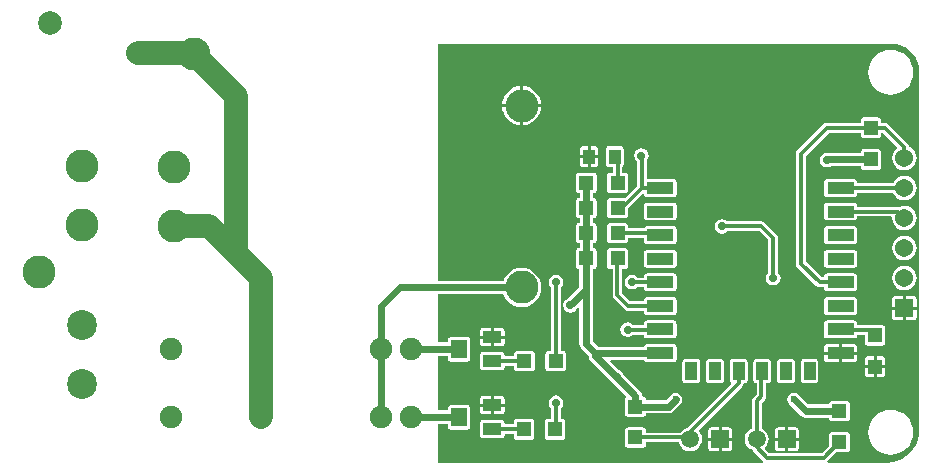
<source format=gtl>
%FSTAX23Y23*%
%MOIN*%
%SFA1B1*%

%IPPOS*%
%ADD10C,0.024016*%
%ADD11R,0.050000X0.047244*%
%ADD12R,0.062992X0.039370*%
%ADD13R,0.055118X0.062992*%
%ADD14R,0.047244X0.050000*%
%ADD15R,0.039370X0.050000*%
%ADD16R,0.039370X0.059055*%
%ADD17R,0.088582X0.039370*%
%ADD18C,0.080000*%
%ADD19C,0.012008*%
%ADD20C,0.074803*%
%ADD21C,0.110236*%
%ADD22C,0.060630*%
%ADD23R,0.060630X0.060630*%
%ADD24C,0.078740*%
%ADD25C,0.099606*%
%ADD26R,0.059055X0.059055*%
%ADD27C,0.059055*%
%ADD28C,0.027559*%
%ADD29C,0.023622*%
%LNrw-01-1*%
%LPD*%
G36*
X02955Y01424D02*
X02972Y01418D01*
X02988Y0141*
X03002Y01398*
X03014Y01384*
X03022Y01368*
X03028Y01351*
X03029Y01333*
X03029Y01332*
Y00137*
X03029Y00137*
X03028Y0012*
X03024Y00104*
X03018Y00088*
X03009Y00074*
X02998Y00061*
X02985Y0005*
X0297Y00041*
X02955Y00034*
X02938Y0003*
X02921Y00029*
X02921Y00029*
X02724*
X02724Y0003*
X02722Y00034*
X02752Y00063*
X02787*
X02791Y00064*
X02795Y00066*
X02797Y0007*
X02798Y00073*
Y00121*
X02797Y00125*
X02795Y00128*
X02791Y0013*
X02787Y00131*
X02737*
X02734Y0013*
X0273Y00128*
X02728Y00125*
X02727Y00121*
Y00085*
X02703Y00061*
X02528*
X02514Y00075*
X02515Y00079*
X02521Y00088*
X02525Y00097*
X02526Y00107*
X02525Y00118*
X02521Y00127*
X02515Y00136*
X02506Y00142*
X02503Y00144*
Y00227*
X02514Y00238*
X02518Y00243*
X02519Y0025*
Y00295*
X02525*
X02529Y00296*
X02532Y00298*
X02534Y00302*
X02535Y00305*
Y00364*
X02534Y00368*
X02532Y00372*
X02529Y00374*
X02525Y00375*
X02485*
X02481Y00374*
X02478Y00372*
X02476Y00368*
X02475Y00364*
Y00305*
X02476Y00302*
X02478Y00298*
X02481Y00296*
X02485Y00295*
X02486*
Y00256*
X02475Y00245*
X02471Y0024*
X0247Y00234*
Y00144*
X02467Y00142*
X02458Y00136*
X02452Y00127*
X02448Y00118*
X02447Y00107*
X02448Y00097*
X02452Y00088*
X02458Y00079*
X02467Y00073*
X02474Y0007*
X02475Y00068*
X02509Y00034*
X02508Y0003*
X02507Y00029*
X01425*
Y00158*
X01457*
Y00149*
X01458Y00145*
X0146Y00142*
X01463Y0014*
X01467Y00139*
X01522*
X01526Y0014*
X01529Y00142*
X01531Y00145*
X01532Y00149*
Y00212*
X01531Y00216*
X01529Y00219*
X01526Y00221*
X01522Y00222*
X01467*
X01463Y00221*
X0146Y00219*
X01458Y00216*
X01457Y00212*
Y00203*
X01425*
Y00385*
X01457*
Y00376*
X01458Y00372*
X0146Y00369*
X01463Y00367*
X01467Y00366*
X01522*
X01526Y00367*
X01529Y00369*
X01531Y00372*
X01532Y00376*
Y00439*
X01531Y00443*
X01529Y00446*
X01526Y00448*
X01522Y00449*
X01467*
X01463Y00448*
X0146Y00446*
X01458Y00443*
X01457Y00439*
Y0043*
X01425*
Y0059*
X01642*
X01643Y00588*
X01649Y00576*
X01657Y00567*
X01667Y00558*
X01678Y00552*
X0169Y00549*
X01703Y00547*
X01716Y00549*
X01728Y00552*
X01739Y00558*
X01749Y00567*
X01757Y00576*
X01763Y00588*
X01767Y006*
X01768Y00613*
X01767Y00626*
X01763Y00638*
X01757Y00649*
X01749Y00659*
X01739Y00667*
X01728Y00673*
X01716Y00677*
X01703Y00678*
X0169Y00677*
X01678Y00673*
X01667Y00667*
X01657Y00659*
X01649Y00649*
X01643Y00638*
X01642Y00635*
X01425*
Y01425*
X02937*
X02937Y01425*
X02955Y01424*
G37*
%LNrw-01-2*%
%LPC*%
G36*
X01817Y00655D02*
X01808Y00653D01*
X018Y00648*
X01795Y0064*
X01793Y0063*
X01795Y00621*
X018Y00613*
X01801Y00613*
Y00401*
X01792*
X01788Y00401*
X01785Y00398*
X01783Y00395*
X01782Y00391*
Y00344*
X01783Y0034*
X01785Y00337*
X01788Y00334*
X01792Y00334*
X01842*
X01846Y00334*
X01849Y00337*
X01851Y0034*
X01852Y00344*
Y00391*
X01851Y00395*
X01849Y00398*
X01846Y00401*
X01842Y00401*
X01834*
Y00613*
X01835Y00613*
X0184Y00621*
X01842Y0063*
X0184Y0064*
X01835Y00648*
X01827Y00653*
X01817Y00655*
G37*
G36*
X02915Y00344D02*
X02887D01*
Y00314*
X02905*
X02909Y00315*
X02912Y00317*
X02915Y0032*
X02915Y00324*
Y00344*
G37*
G36*
X02905Y00384D02*
X02887D01*
Y00354*
X02915*
Y00374*
X02915Y00378*
X02912Y00381*
X02909Y00383*
X02905Y00384*
G37*
G36*
X02877D02*
X02858D01*
X02854Y00383*
X02851Y00381*
X02848Y00378*
X02848Y00374*
Y00354*
X02877*
Y00384*
G37*
G36*
X02603Y00375D02*
X02564D01*
X0256Y00374*
X02557Y00372*
X02555Y00368*
X02554Y00364*
Y00305*
X02555Y00302*
X02557Y00298*
X0256Y00296*
X02564Y00295*
X02603*
X02607Y00296*
X02611Y00298*
X02613Y00302*
X02614Y00305*
Y00364*
X02613Y00368*
X02611Y00372*
X02607Y00374*
X02603Y00375*
G37*
G36*
X02367D02*
X02328D01*
X02324Y00374*
X02321Y00372*
X02318Y00368*
X02318Y00364*
Y00305*
X02318Y00302*
X02321Y00298*
X02324Y00296*
X02328Y00295*
X02367*
X02371Y00296*
X02375Y00298*
X02377Y00302*
X02377Y00305*
Y00364*
X02377Y00368*
X02375Y00372*
X02371Y00374*
X02367Y00375*
G37*
G36*
X02877Y00344D02*
X02848D01*
Y00324*
X02848Y0032*
X02851Y00317*
X02854Y00315*
X02858Y00314*
X02877*
Y00344*
G37*
G36*
X02682Y00375D02*
X02643D01*
X02639Y00374*
X02636Y00372*
X02633Y00368*
X02633Y00364*
Y00305*
X02633Y00302*
X02636Y00298*
X02639Y00296*
X02643Y00295*
X02682*
X02686Y00296*
X02689Y00298*
X02692Y00302*
X02692Y00305*
Y00364*
X02692Y00368*
X02689Y00372*
X02686Y00374*
X02682Y00375*
G37*
G36*
X02761Y00424D02*
X02722D01*
X02718Y00423*
X02714Y00421*
X02712Y00418*
X02711Y00414*
Y00399*
X02761*
Y00424*
G37*
G36*
X01737Y00401D02*
X01687D01*
X01683Y00401*
X0168Y00398*
X01678Y00395*
X01677Y00391*
Y00384*
X01646*
Y00387*
X01645Y00391*
X01643Y00394*
X0164Y00397*
X01636Y00397*
X01573*
X01569Y00397*
X01566Y00394*
X01564Y00391*
X01563Y00387*
Y00348*
X01564Y00344*
X01566Y00341*
X01569Y00338*
X01573Y00338*
X01636*
X0164Y00338*
X01643Y00341*
X01645Y00344*
X01646Y00348*
Y00351*
X01677*
Y00344*
X01678Y0034*
X0168Y00337*
X01683Y00334*
X01687Y00334*
X01737*
X01741Y00334*
X01744Y00337*
X01746Y0034*
X01747Y00344*
Y00391*
X01746Y00395*
X01744Y00398*
X01741Y00401*
X01737Y00401*
G37*
G36*
X016Y00442D02*
X01563D01*
Y00428*
X01564Y00424*
X01566Y00421*
X01569Y00418*
X01573Y00418*
X016*
Y00442*
G37*
G36*
X0281Y00424D02*
X02771D01*
Y00399*
X0282*
Y00414*
X0282Y00418*
X02817Y00421*
X02814Y00423*
X0281Y00424*
G37*
G36*
X01943Y00996D02*
X01893D01*
X01889Y00996*
X01886Y00993*
X01884Y0099*
X01883Y00986*
Y00939*
X01884Y00935*
X01886Y00932*
X01889Y00929*
X01893Y00929*
X01896*
Y00912*
X01893*
X01889Y00912*
X01886Y00909*
X01884Y00906*
X01883Y00902*
Y00855*
X01884Y00851*
X01886Y00848*
X01889Y00845*
X01893Y00845*
X01896*
Y00828*
X01893*
X01889Y00828*
X01886Y00825*
X01884Y00822*
X01883Y00818*
Y00771*
X01884Y00767*
X01886Y00764*
X01889Y00761*
X01893Y00761*
X01896*
Y00743*
X01893*
X01889Y00743*
X01886Y0074*
X01884Y00737*
X01883Y00733*
Y00686*
X01884Y00682*
X01886Y00679*
X01889Y00676*
X01893Y00676*
X01895*
Y00615*
X01856Y00576*
X01848Y00571*
X01843Y00563*
X01841Y00554*
X01843Y00544*
X01848Y00536*
X01856Y00531*
X01865Y00529*
X01875Y00531*
X01883Y00536*
X01888Y00544*
X0189Y00547*
X01895Y00545*
Y00425*
X01897Y00417*
X01902Y0041*
X01927Y00384*
X01929Y00376*
X01934Y00369*
X01997Y00305*
X02002Y00297*
X0201Y00292*
X02051Y00252*
X0205Y00247*
X02048Y00244*
X02047Y0024*
Y00193*
X02048Y00189*
X0205Y00185*
X02054Y00183*
X02057Y00182*
X02107*
X02111Y00183*
X02115Y00185*
X02117Y00189*
X02118Y00193*
Y00194*
X02193*
X02202Y00195*
X02209Y002*
X02232Y00224*
X02237Y00231*
X02239Y0024*
X02237Y00248*
X02232Y00255*
X02225Y0026*
X02217Y00262*
X02208Y0026*
X02201Y00255*
X02184Y00239*
X02118*
Y0024*
X02117Y00244*
X02115Y00247*
X02111Y00249*
X02107Y0025*
X02105*
Y00252*
X02103Y0026*
X02098Y00267*
X02042Y00324*
X02037Y00332*
X02029Y00337*
X01999Y00367*
X02001Y00371*
X02112*
X02112Y0037*
X02114Y00367*
X02117Y00365*
X02121Y00364*
X0221*
X02214Y00365*
X02217Y00367*
X02219Y0037*
X0222Y00374*
Y00414*
X02219Y00418*
X02217Y00421*
X02214Y00423*
X0221Y00424*
X02121*
X02117Y00423*
X02114Y00421*
X02112Y00418*
X02111Y00416*
X01959*
X0194Y00435*
Y00605*
Y00676*
X01943*
X01947Y00676*
X0195Y00679*
X01952Y00682*
X01953Y00686*
Y00733*
X01952Y00737*
X0195Y0074*
X01947Y00743*
X01943Y00743*
X0194*
Y00761*
X01943*
X01947Y00761*
X0195Y00764*
X01952Y00767*
X01953Y00771*
Y00818*
X01952Y00822*
X0195Y00825*
X01947Y00828*
X01943Y00828*
X0194*
Y00845*
X01943*
X01947Y00845*
X0195Y00848*
X01952Y00851*
X01953Y00855*
Y00902*
X01952Y00906*
X0195Y00909*
X01947Y00912*
X01943Y00912*
X0194*
Y00929*
X01943*
X01947Y00929*
X0195Y00932*
X01952Y00935*
X01953Y00939*
Y00986*
X01952Y0099*
X0195Y00993*
X01947Y00996*
X01943Y00996*
G37*
G36*
X01646Y00442D02*
X0161D01*
Y00418*
X01636*
X0164Y00418*
X01643Y00421*
X01645Y00424*
X01646Y00428*
Y00442*
G37*
G36*
X0282Y00389D02*
X02771D01*
Y00364*
X0281*
X02814Y00365*
X02817Y00367*
X0282Y0037*
X0282Y00374*
Y00389*
G37*
G36*
X02761D02*
X02711D01*
Y00374*
X02712Y0037*
X02714Y00367*
X02718Y00365*
X02722Y00364*
X02761*
Y00389*
G37*
G36*
X02289Y00375D02*
X02249D01*
X02245Y00374*
X02242Y00372*
X0224Y00368*
X02239Y00364*
Y00305*
X0224Y00302*
X02242Y00298*
X02245Y00296*
X02249Y00295*
X02289*
X02292Y00296*
X02296Y00298*
X02298Y00302*
X02299Y00305*
Y00364*
X02298Y00368*
X02296Y00372*
X02292Y00374*
X02289Y00375*
G37*
G36*
X01817Y00253D02*
X01808Y00251D01*
X018Y00246*
X01795Y00238*
X01793Y00229*
X01795Y00219*
X018Y00211*
X01801Y00211*
Y00176*
X01791*
X01787Y00175*
X01783Y00173*
X01781Y00169*
X0178Y00165*
Y00115*
X01781Y00112*
X01783Y00108*
X01787Y00106*
X01791Y00105*
X01838*
X01842Y00106*
X01845Y00108*
X01847Y00112*
X01848Y00115*
Y00165*
X01847Y00169*
X01845Y00173*
X01842Y00175*
X01838Y00176*
X01834*
Y00211*
X01835Y00211*
X0184Y00219*
X01842Y00229*
X0184Y00238*
X01835Y00246*
X01827Y00251*
X01817Y00253*
G37*
G36*
X02626Y00102D02*
X02592D01*
Y00068*
X02616*
X0262Y00069*
X02623Y00071*
X02625Y00074*
X02626Y00078*
Y00102*
G37*
G36*
X02394Y00147D02*
X0237D01*
Y00112*
X02404*
Y00136*
X02403Y0014*
X02401Y00144*
X02398Y00146*
X02394Y00147*
G37*
G36*
X0236D02*
X02335D01*
X02331Y00146*
X02328Y00144*
X02326Y0014*
X02325Y00136*
Y00112*
X0236*
Y00147*
G37*
G36*
Y00102D02*
X02325D01*
Y00077*
X02326Y00073*
X02328Y0007*
X02331Y00068*
X02335Y00067*
X0236*
Y00102*
G37*
G36*
X02934Y00205D02*
X02919Y00204D01*
X02905Y00199*
X02892Y00193*
X02881Y00183*
X02871Y00172*
X02865Y00159*
X0286Y00145*
X02859Y0013*
X0286Y00116*
X02865Y00102*
X02871Y00089*
X02881Y00078*
X02892Y00068*
X02905Y00062*
X02919Y00057*
X02934Y00056*
X02948Y00057*
X02962Y00062*
X02975Y00068*
X02986Y00078*
X02996Y00089*
X03002Y00102*
X03007Y00116*
X03008Y0013*
X03007Y00145*
X03002Y00159*
X02996Y00172*
X02986Y00183*
X02975Y00193*
X02962Y00199*
X02948Y00204*
X02934Y00205*
G37*
G36*
X02582Y00102D02*
X02547D01*
Y00078*
X02548Y00074*
X0255Y00071*
X02553Y00069*
X02557Y00068*
X02582*
Y00102*
G37*
G36*
X02404Y00102D02*
X0237D01*
Y00067*
X02394*
X02398Y00068*
X02401Y0007*
X02403Y00073*
X02404Y00077*
Y00102*
G37*
G36*
X02582Y00147D02*
X02557D01*
X02553Y00146*
X0255Y00144*
X02548Y00141*
X02547Y00137*
Y00112*
X02582*
Y00147*
G37*
G36*
X01646Y00215D02*
X0161D01*
Y00191*
X01636*
X0164Y00191*
X01643Y00194*
X01645Y00197*
X01646Y00201*
Y00215*
G37*
G36*
X016D02*
X01563D01*
Y00201*
X01564Y00197*
X01566Y00194*
X01569Y00191*
X01573Y00191*
X016*
Y00215*
G37*
G36*
X01636Y0025D02*
X0161D01*
Y00225*
X01646*
Y0024*
X01645Y00244*
X01643Y00247*
X0164Y0025*
X01636Y0025*
G37*
G36*
X016D02*
X01573D01*
X01569Y0025*
X01566Y00247*
X01564Y00244*
X01563Y0024*
Y00225*
X016*
Y0025*
G37*
G36*
X02446Y00375D02*
X02407D01*
X02403Y00374*
X02399Y00372*
X02397Y00368*
X02396Y00364*
Y00305*
X02397Y00302*
X02399Y00298*
X02401Y00297*
X02402Y00291*
X02256Y00146*
X02254Y00145*
X02245Y00141*
X02236Y00135*
X02232Y00129*
X02118*
Y00136*
X02117Y0014*
X02115Y00144*
X02111Y00146*
X02107Y00147*
X02057*
X02054Y00146*
X0205Y00144*
X02048Y0014*
X02047Y00136*
Y00089*
X02048Y00085*
X0205Y00082*
X02054Y0008*
X02057Y00079*
X02107*
X02111Y0008*
X02115Y00082*
X02117Y00085*
X02118Y00089*
Y00097*
X02226*
X0223Y00087*
X02236Y00079*
X02245Y00072*
X02254Y00068*
X02265Y00067*
X02275Y00068*
X02284Y00072*
X02293Y00079*
X02299Y00087*
X02303Y00097*
X02304Y00107*
X02303Y00117*
X02299Y00127*
X02293Y00135*
X02293Y00136*
X02438Y00281*
X02441Y00287*
X02443Y00293*
X02447Y00295*
X0245Y00296*
X02453Y00298*
X02455Y00302*
X02456Y00305*
Y00364*
X02455Y00368*
X02453Y00372*
X0245Y00374*
X02446Y00375*
G37*
G36*
X02616Y00147D02*
X02592D01*
Y00112*
X02626*
Y00137*
X02625Y00141*
X02623Y00144*
X0262Y00146*
X02616Y00147*
G37*
G36*
X0261Y00262D02*
X02602Y0026D01*
X02595Y00255*
X0259Y00248*
X02588Y0024*
X0259Y00231*
X02595Y00224*
X02634Y00185*
X02641Y0018*
X0265Y00178*
X02727*
Y00177*
X02728Y00173*
X0273Y0017*
X02734Y00167*
X02737Y00167*
X02787*
X02791Y00167*
X02795Y0017*
X02797Y00173*
X02798Y00177*
Y00224*
X02797Y00228*
X02795Y00231*
X02791Y00234*
X02787Y00234*
X02737*
X02734Y00234*
X0273Y00231*
X02728Y00228*
X02727Y00224*
Y00223*
X02659*
X02626Y00255*
X02619Y0026*
X0261Y00262*
G37*
G36*
X01734Y00176D02*
X01687D01*
X01683Y00175*
X0168Y00173*
X01678Y00169*
X01677Y00165*
Y00157*
X01646*
Y0016*
X01645Y00164*
X01643Y00167*
X0164Y0017*
X01636Y0017*
X01573*
X01569Y0017*
X01566Y00167*
X01564Y00164*
X01563Y0016*
Y00121*
X01564Y00117*
X01566Y00114*
X01569Y00111*
X01573Y00111*
X01636*
X0164Y00111*
X01643Y00114*
X01645Y00117*
X01646Y00121*
Y00124*
X01677*
Y00115*
X01678Y00112*
X0168Y00108*
X01683Y00106*
X01687Y00105*
X01734*
X01738Y00106*
X01742Y00108*
X01744Y00112*
X01745Y00115*
Y00165*
X01744Y00169*
X01742Y00173*
X01738Y00175*
X01734Y00176*
G37*
G36*
X02979Y00985D02*
X02969Y00984D01*
X02959Y0098*
X0295Y00973*
X02944Y00965*
X02942Y00961*
X0282*
Y00965*
X0282Y00969*
X02817Y00972*
X02814Y00974*
X0281Y00975*
X02722*
X02718Y00974*
X02714Y00972*
X02712Y00969*
X02711Y00965*
Y00925*
X02712Y00922*
X02714Y00918*
X02718Y00916*
X02722Y00915*
X0281*
X02814Y00916*
X02817Y00918*
X0282Y00922*
X0282Y00925*
Y00928*
X02942*
X02944Y00924*
X0295Y00916*
X02959Y00909*
X02969Y00905*
X02979Y00904*
X0299Y00905*
X02999Y00909*
X03008Y00916*
X03014Y00924*
X03018Y00934*
X0302Y00944*
X03018Y00955*
X03014Y00965*
X03008Y00973*
X02999Y0098*
X0299Y00984*
X02979Y00985*
G37*
G36*
X02032Y01084D02*
X01993D01*
X01989Y01083*
X01986Y01081*
X01984Y01077*
X01983Y01074*
Y01024*
X01984Y0102*
X01986Y01016*
X01989Y01014*
X01993Y01013*
X02007*
Y00996*
X01998*
X01994Y00996*
X01991Y00993*
X01989Y0099*
X01988Y00986*
Y00939*
X01989Y00935*
X01991Y00932*
X01994Y00929*
X01998Y00929*
X02048*
X02052Y00929*
X02055Y00932*
X02057Y00935*
X02058Y00939*
Y00986*
X02057Y0099*
X02055Y00993*
X02052Y00996*
X02048Y00996*
X02039*
Y01016*
X0204Y01016*
X02042Y0102*
X02043Y01024*
Y01074*
X02042Y01077*
X0204Y01081*
X02036Y01083*
X02032Y01084*
G37*
G36*
X01958Y01044D02*
X01933D01*
Y01013*
X01948*
X01952Y01014*
X01955Y01016*
X01957Y0102*
X01958Y01024*
Y01044*
G37*
G36*
X01923D02*
X01898D01*
Y01024*
X01899Y0102*
X01901Y01016*
X01905Y01014*
X01908Y01013*
X01923*
Y01044*
G37*
G36*
X0281Y00896D02*
X02722D01*
X02718Y00896*
X02714Y00893*
X02712Y0089*
X02711Y00886*
Y00847*
X02712Y00843*
X02714Y0084*
X02718Y00837*
X02722Y00837*
X0281*
X02814Y00837*
X02817Y0084*
X0282Y00843*
X0282Y00847*
Y0085*
X02935*
X02939Y00846*
X02938Y00844*
X0294Y00834*
X02944Y00824*
X0295Y00816*
X02959Y00809*
X02969Y00805*
X02979Y00804*
X0299Y00805*
X02999Y00809*
X03008Y00816*
X03014Y00824*
X03018Y00834*
X0302Y00844*
X03018Y00855*
X03014Y00865*
X03008Y00873*
X02999Y0088*
X0299Y00884*
X02979Y00885*
X02969Y00884*
X02963Y00881*
X02957Y00882*
X0282*
Y00886*
X0282Y0089*
X02817Y00893*
X02814Y00896*
X0281Y00896*
G37*
G36*
Y00818D02*
X02722D01*
X02718Y00817*
X02714Y00815*
X02712Y00811*
X02711Y00807*
Y00768*
X02712Y00764*
X02714Y00761*
X02718Y00759*
X02722Y00758*
X0281*
X02814Y00759*
X02817Y00761*
X0282Y00764*
X0282Y00768*
Y00807*
X0282Y00811*
X02817Y00815*
X02814Y00817*
X0281Y00818*
G37*
G36*
X02102Y01077D02*
X02093Y01075D01*
X02085Y0107*
X0208Y01062*
X02078Y01052*
X0208Y01043*
X02085Y01035*
X02087Y01034*
Y00952*
X02047Y00912*
X01998*
X01994Y00912*
X01991Y00909*
X01989Y00906*
X01988Y00902*
Y00855*
X01989Y00851*
X01991Y00848*
X01994Y00845*
X01998Y00845*
X02048*
X02052Y00845*
X02055Y00848*
X02057Y00851*
X02058Y00855*
Y00877*
X02106Y00925*
X02106Y00925*
X02111Y00923*
X02112Y00922*
X02114Y00918*
X02117Y00916*
X02121Y00915*
X0221*
X02214Y00916*
X02217Y00918*
X02219Y00922*
X0222Y00925*
Y00965*
X02219Y00969*
X02217Y00972*
X02214Y00974*
X0221Y00975*
X02121*
X0212Y00976*
Y01036*
X02125Y01043*
X02127Y01052*
X02125Y01062*
X0212Y0107*
X02112Y01075*
X02102Y01077*
G37*
G36*
X0221Y00896D02*
X02121D01*
X02117Y00896*
X02114Y00893*
X02112Y0089*
X02111Y00886*
Y00847*
X02112Y00843*
X02114Y0084*
X02117Y00837*
X02121Y00837*
X0221*
X02214Y00837*
X02217Y0084*
X02219Y00843*
X0222Y00847*
Y00886*
X02219Y0089*
X02217Y00893*
X02214Y00896*
X0221Y00896*
G37*
G36*
X01923Y01084D02*
X01908D01*
X01905Y01083*
X01901Y01081*
X01899Y01077*
X01898Y01074*
Y01054*
X01923*
Y01084*
G37*
G36*
X01698Y01284D02*
X0169Y01283D01*
X01678Y0128*
X01667Y01273*
X01657Y01265*
X01649Y01255*
X01643Y01244*
X01639Y01232*
X01638Y01224*
X01698*
Y01284*
G37*
G36*
X0289Y0118D02*
X02843D01*
X02839Y01179*
X02836Y01177*
X02833Y01174*
X02833Y0117*
Y01161*
X0272*
X02714Y0116*
X02709Y01157*
X02622Y0107*
X02618Y01065*
X02617Y01059*
Y00692*
X02618Y00686*
X02622Y00681*
X02684Y00619*
X0269Y00615*
X02696Y00614*
X02711*
Y00611*
X02712Y00607*
X02714Y00603*
X02718Y00601*
X02722Y006*
X0281*
X02814Y00601*
X02817Y00603*
X0282Y00607*
X0282Y00611*
Y0065*
X0282Y00654*
X02817Y00657*
X02814Y00659*
X0281Y0066*
X02722*
X02718Y00659*
X02714Y00657*
X02712Y00654*
X02711Y0065*
Y00647*
X02703*
X0265Y00699*
Y01052*
X02727Y01129*
X02833*
Y0112*
X02833Y01116*
X02836Y01113*
X02839Y01111*
X02843Y0111*
X0289*
X02894Y01111*
X02897Y01113*
X029Y01116*
X029Y0112*
Y01128*
X02908*
X02955Y01081*
X02954Y01076*
X0295Y01073*
X02944Y01065*
X0294Y01055*
X02938Y01044*
X0294Y01034*
X02944Y01024*
X0295Y01016*
X02959Y01009*
X02969Y01005*
X02979Y01004*
X0299Y01005*
X02999Y01009*
X03008Y01016*
X03014Y01024*
X03018Y01034*
X0302Y01044*
X03018Y01055*
X03014Y01065*
X03008Y01073*
X02999Y0108*
X02995Y01081*
X02994Y01086*
X02991Y01092*
X02926Y01156*
X02921Y0116*
X02915Y01161*
X029*
Y0117*
X029Y01174*
X02897Y01177*
X02894Y01179*
X0289Y0118*
G37*
G36*
X02934Y01405D02*
X02919Y01404D01*
X02905Y01399*
X02892Y01393*
X02881Y01383*
X02871Y01372*
X02865Y01359*
X0286Y01345*
X02859Y0133*
X0286Y01316*
X02865Y01302*
X02871Y01289*
X02881Y01278*
X02892Y01268*
X02905Y01262*
X02919Y01257*
X02934Y01256*
X02948Y01257*
X02962Y01262*
X02975Y01268*
X02986Y01278*
X02996Y01289*
X03002Y01302*
X03007Y01316*
X03008Y0133*
X03007Y01345*
X03002Y01359*
X02996Y01372*
X02986Y01383*
X02975Y01393*
X02962Y01399*
X02948Y01404*
X02934Y01405*
G37*
G36*
X01708Y01284D02*
Y01224D01*
X01768*
X01767Y01232*
X01763Y01244*
X01757Y01255*
X01749Y01265*
X01739Y01273*
X01728Y0128*
X01716Y01283*
X01708Y01284*
G37*
G36*
X0289Y01075D02*
X02843D01*
X02839Y01074*
X02836Y01072*
X02833Y01069*
X02833Y01065*
Y01062*
X02723*
Y01062*
X02722Y01062*
X02718Y01062*
X02712Y01061*
X02704Y01055*
X02699Y01048*
X02697Y01038*
X02699Y01029*
X02704Y01021*
X02712Y01016*
X02722Y01014*
X02731Y01016*
X02733Y01017*
X02833*
Y01015*
X02833Y01011*
X02836Y01008*
X02839Y01006*
X02843Y01005*
X0289*
X02894Y01006*
X02897Y01008*
X029Y01011*
X029Y01015*
Y01065*
X029Y01069*
X02897Y01072*
X02894Y01074*
X0289Y01075*
G37*
G36*
X01948Y01084D02*
X01933D01*
Y01054*
X01958*
Y01074*
X01957Y01077*
X01955Y01081*
X01952Y01083*
X01948Y01084*
G37*
G36*
X01768Y01214D02*
X01708D01*
Y01154*
X01716Y01155*
X01728Y01159*
X01739Y01165*
X01749Y01173*
X01757Y01183*
X01763Y01194*
X01767Y01206*
X01768Y01214*
G37*
G36*
X01698D02*
X01638D01*
X01639Y01206*
X01643Y01194*
X01649Y01183*
X01657Y01173*
X01667Y01165*
X01678Y01159*
X0169Y01155*
X01698Y01154*
Y01214*
G37*
G36*
X0302Y00539D02*
X02984D01*
Y00504*
X03009*
X03013Y00505*
X03017Y00507*
X03019Y0051*
X0302Y00514*
Y00539*
G37*
G36*
X02974D02*
X02939D01*
Y00514*
X02939Y0051*
X02942Y00507*
X02945Y00505*
X02949Y00504*
X02974*
Y00539*
G37*
G36*
X0281Y00581D02*
X02722D01*
X02718Y00581*
X02714Y00578*
X02712Y00575*
X02711Y00571*
Y00532*
X02712Y00528*
X02714Y00525*
X02718Y00522*
X02722Y00522*
X0281*
X02814Y00522*
X02817Y00525*
X0282Y00528*
X0282Y00532*
Y00571*
X0282Y00575*
X02817Y00578*
X02814Y00581*
X0281Y00581*
G37*
G36*
X02048Y00743D02*
X01998D01*
X01994Y00743*
X01991Y0074*
X01989Y00737*
X01988Y00733*
Y00686*
X01989Y00682*
X01991Y00679*
X01994Y00676*
X01998Y00676*
X02006*
Y00587*
X02007Y0058*
X02011Y00575*
X02046Y0054*
X02052Y00536*
X02058Y00535*
X02111*
Y00532*
X02112Y00528*
X02114Y00525*
X02117Y00522*
X02121Y00522*
X0221*
X02214Y00522*
X02217Y00525*
X02219Y00528*
X0222Y00532*
Y00571*
X02219Y00575*
X02217Y00578*
X02214Y00581*
X0221Y00581*
X02121*
X02117Y00581*
X02114Y00578*
X02112Y00575*
X02111Y00571*
Y00567*
X02065*
X02039Y00593*
Y00676*
X02048*
X02052Y00676*
X02055Y00679*
X02057Y00682*
X02058Y00686*
Y00733*
X02057Y00737*
X02055Y0074*
X02052Y00743*
X02048Y00743*
G37*
G36*
X016Y00477D02*
X01573D01*
X01569Y00477*
X01566Y00474*
X01564Y00471*
X01563Y00467*
Y00452*
X016*
Y00477*
G37*
G36*
X0281Y00503D02*
X02722D01*
X02718Y00502*
X02714Y005*
X02712Y00496*
X02711Y00492*
Y00453*
X02712Y00449*
X02714Y00446*
X02718Y00444*
X02722Y00443*
X0281*
X02814Y00444*
X02817Y00446*
X0282Y00449*
X0282Y00453*
Y00456*
X02848*
Y00429*
X02848Y00425*
X02851Y00422*
X02854Y0042*
X02858Y00419*
X02905*
X02909Y0042*
X02912Y00422*
X02915Y00425*
X02915Y00429*
Y00479*
X02915Y00483*
X02912Y00486*
X02909Y00488*
X02905Y00489*
X02858*
X02855Y00489*
X0282*
Y00492*
X0282Y00496*
X02817Y005*
X02814Y00502*
X0281Y00503*
G37*
G36*
X0221D02*
X02121D01*
X02117Y00502*
X02114Y005*
X02112Y00496*
X02111Y00492*
Y00489*
X02074*
X02074Y00489*
X02066Y00495*
X02057Y00497*
X02047Y00495*
X02039Y00489*
X02034Y00482*
X02032Y00472*
X02034Y00463*
X02039Y00455*
X02047Y0045*
X02057Y00448*
X02066Y0045*
X02074Y00455*
X02074Y00456*
X02111*
Y00453*
X02112Y00449*
X02114Y00446*
X02117Y00444*
X02121Y00443*
X0221*
X02214Y00444*
X02217Y00446*
X02219Y00449*
X0222Y00453*
Y00492*
X02219Y00496*
X02217Y005*
X02214Y00502*
X0221Y00503*
G37*
G36*
X01636Y00477D02*
X0161D01*
Y00452*
X01646*
Y00467*
X01645Y00471*
X01643Y00474*
X0164Y00477*
X01636Y00477*
G37*
G36*
X02974Y00585D02*
X02949D01*
X02945Y00584*
X02942Y00582*
X02939Y00579*
X02939Y00575*
Y00549*
X02974*
Y00585*
G37*
G36*
X0281Y00739D02*
X02722D01*
X02718Y00738*
X02714Y00736*
X02712Y00733*
X02711Y00729*
Y00689*
X02712Y00685*
X02714Y00682*
X02718Y0068*
X02722Y00679*
X0281*
X02814Y0068*
X02817Y00682*
X0282Y00685*
X0282Y00689*
Y00729*
X0282Y00733*
X02817Y00736*
X02814Y00738*
X0281Y00739*
G37*
G36*
X0221D02*
X02121D01*
X02117Y00738*
X02114Y00736*
X02112Y00733*
X02111Y00729*
Y00689*
X02112Y00685*
X02114Y00682*
X02117Y0068*
X02121Y00679*
X0221*
X02214Y0068*
X02217Y00682*
X02219Y00685*
X0222Y00689*
Y00729*
X02219Y00733*
X02217Y00736*
X02214Y00738*
X0221Y00739*
G37*
G36*
X02048Y00828D02*
X01998D01*
X01994Y00828*
X01991Y00825*
X01989Y00822*
X01988Y00818*
Y00771*
X01989Y00767*
X01991Y00764*
X01994Y00761*
X01998Y00761*
X02048*
X02052Y00761*
X02055Y00764*
X02057Y00767*
X02058Y00771*
Y00778*
X02111*
Y00768*
X02112Y00764*
X02114Y00761*
X02117Y00759*
X02121Y00758*
X0221*
X02214Y00759*
X02217Y00761*
X02219Y00764*
X0222Y00768*
Y00807*
X02219Y00811*
X02217Y00815*
X02214Y00817*
X0221Y00818*
X02121*
X02117Y00817*
X02114Y00815*
X02112Y00811*
X02112Y00811*
X02058*
Y00818*
X02057Y00822*
X02055Y00825*
X02052Y00828*
X02048Y00828*
G37*
G36*
X02979Y00785D02*
X02969Y00784D01*
X02959Y0078*
X0295Y00773*
X02944Y00765*
X0294Y00755*
X02938Y00744*
X0294Y00734*
X02944Y00724*
X0295Y00716*
X02959Y00709*
X02969Y00705*
X02979Y00704*
X0299Y00705*
X02999Y00709*
X03008Y00716*
X03014Y00724*
X03018Y00734*
X0302Y00744*
X03018Y00755*
X03014Y00765*
X03008Y00773*
X02999Y0078*
X0299Y00784*
X02979Y00785*
G37*
G36*
Y00685D02*
X02969Y00684D01*
X02959Y0068*
X0295Y00673*
X02944Y00665*
X0294Y00655*
X02938Y00644*
X0294Y00634*
X02944Y00624*
X0295Y00616*
X02959Y00609*
X02969Y00605*
X02979Y00604*
X0299Y00605*
X02999Y00609*
X03008Y00616*
X03014Y00624*
X03018Y00634*
X0302Y00644*
X03018Y00655*
X03014Y00665*
X03008Y00673*
X02999Y0068*
X0299Y00684*
X02979Y00685*
G37*
G36*
X03009Y00585D02*
X02984D01*
Y00549*
X0302*
Y00575*
X03019Y00579*
X03017Y00582*
X03013Y00584*
X03009Y00585*
G37*
G36*
X0221Y0066D02*
X02121D01*
X02117Y00659*
X02114Y00657*
X02112Y00654*
X02111Y0065*
Y00646*
X0209*
X02089Y00649*
X02081Y00654*
X02072Y00656*
X02062Y00654*
X02054Y00649*
X02049Y00641*
X02047Y00632*
X02049Y00622*
X02054Y00614*
X02062Y00609*
X02072Y00607*
X02081Y00609*
X02087Y00613*
X02111*
Y00611*
X02112Y00607*
X02114Y00603*
X02117Y00601*
X02121Y006*
X0221*
X02214Y00601*
X02217Y00603*
X02219Y00607*
X0222Y00611*
Y0065*
X02219Y00654*
X02217Y00657*
X02214Y00659*
X0221Y0066*
G37*
G36*
X0237Y00841D02*
X02361Y00839D01*
X02353Y00834*
X02348Y00826*
X02346Y00817*
X02348Y00807*
X02353Y00799*
X02361Y00794*
X0237Y00792*
X0238Y00794*
X02388Y00799*
X02388Y008*
X02496*
X02525Y00771*
Y00662*
X02524Y00662*
X02519Y00654*
X02517Y00645*
X02519Y00635*
X02524Y00627*
X02532Y00622*
X02542Y0062*
X02551Y00622*
X02559Y00627*
X02564Y00635*
X02566Y00645*
X02564Y00654*
X02559Y00662*
X02558Y00662*
Y00777*
X02557Y00784*
X02553Y00789*
X02514Y00828*
X02509Y00832*
X02502Y00833*
X02388*
X02388Y00834*
X0238Y00839*
X0237Y00841*
G37*
%LNrw-01-3*%
%LPD*%
G54D10*
X02723Y0104D02*
D01*
D01*
G75*
G03X02722Y01038I-0J-00001D01*
G74*G01*
X01918Y00795D02*
Y00879D01*
Y00962*
Y0071D02*
Y00795D01*
X01335Y0018D02*
X01495D01*
X01335Y00407D02*
X01495D01*
X01297Y00613D02*
X01703D01*
X01235Y0055D02*
X01297Y00613D01*
X01235Y00409D02*
Y0055D01*
Y00409D02*
X01235Y00407D01*
Y0018D02*
Y00407D01*
X01917Y00425D02*
X01949Y00394D01*
X01917Y00709D02*
X01918Y0071D01*
X01949Y00385D02*
X0202Y00315D01*
X01949Y00385D02*
Y00394D01*
X01865Y00554D02*
X01917Y00605D01*
Y00425D02*
Y00605D01*
Y00709*
X0202Y00315D02*
X02082Y00252D01*
Y00216D02*
Y00252D01*
Y00216D02*
X02193D01*
X02217Y0024*
X0261D02*
X0265Y002D01*
X02762*
X01949Y00394D02*
X02169D01*
X02723Y0104D02*
X02867D01*
G54D11*
X02023Y00962D03*
X01918D03*
X01817Y00367D03*
X01712D03*
X02023Y00795D03*
X01918D03*
Y0071D03*
X02023D03*
X01918Y00879D03*
X02023D03*
X02762Y002D03*
Y00097D03*
X02082Y00216D03*
Y00113D03*
G54D12*
X01605Y0014D03*
Y0022D03*
Y00367D03*
Y00447D03*
G54D13*
X01495Y0018D03*
Y00407D03*
G54D14*
X02882Y00349D03*
Y00454D03*
X02867Y0104D03*
Y01145D03*
X01711Y0014D03*
X01814D03*
G54D15*
X01928Y01049D03*
X02013D03*
G54D16*
X02663Y00335D03*
X02584D03*
X02505D03*
X02426D03*
X02348D03*
X02269D03*
G54D17*
X02165Y00394D03*
Y00473D03*
Y00551D03*
Y0063D03*
Y00709D03*
Y00788D03*
Y00866D03*
Y00945D03*
X02766D03*
Y00866D03*
Y00788D03*
Y00709D03*
Y0063D03*
Y00551D03*
Y00473D03*
Y00394D03*
G54D18*
X00425Y01395D02*
X00607D01*
X00612Y0139*
X00835Y0018D02*
Y00407D01*
X00545Y00817D02*
X00662D01*
X00612Y0139D02*
X00752Y0125D01*
Y00727D02*
Y0125D01*
X00662Y00817D02*
X00752Y00727D01*
X00835Y00644*
Y00407D02*
Y00644D01*
G54D19*
X02013Y01049D02*
X02023Y01038D01*
Y00962D02*
Y01038D01*
Y00879D02*
X02037D01*
X02104Y00945*
X02168D02*
X02169Y00945D01*
X02023Y00795D02*
X02161D01*
X02022Y00587D02*
X02058Y00551D01*
X02022Y00587D02*
Y00709D01*
X02023Y0071*
X02072Y00632D02*
X02073Y0063D01*
X01817Y00368D02*
Y0063D01*
X01817Y00367D02*
X01817Y00368D01*
X01605Y00367D02*
X01712D01*
X01605Y0014D02*
X01711D01*
X02769Y00472D02*
X02863D01*
X02882Y00454*
X02979Y01044D02*
Y0108D01*
X02915Y01145D02*
X02979Y0108D01*
X02867Y01145D02*
X02915D01*
X02867Y01145D02*
X02867Y01145D01*
X02769Y00944D02*
X02979D01*
X02769Y00945D02*
X02769Y00944D01*
X02769Y00866D02*
X02957D01*
X02979Y00844*
X0272Y01145D02*
X02867D01*
X02634Y01059D02*
X0272Y01145D01*
X02634Y00692D02*
Y01059D01*
Y00692D02*
X02696Y0063D01*
X02766*
X02104Y00945D02*
Y01052D01*
X02102Y01052D02*
X02104Y01052D01*
X0237Y00817D02*
X02502D01*
X02542Y00777*
Y00645D02*
Y00777D01*
X01814Y0014D02*
X01817Y00144D01*
Y00229*
X02058Y00551D02*
X02169D01*
X02161Y00795D02*
X02169Y00787D01*
X02073Y0063D02*
X02169D01*
X02104Y00945D02*
X02168D01*
X02057Y00472D02*
X02169D01*
X02082Y00113D02*
X02259D01*
X02265Y00107*
X02426Y00293D02*
Y00335D01*
X02265Y00131D02*
X02426Y00293D01*
X02265Y00107D02*
Y00131D01*
X02487Y00107D02*
Y00234D01*
X02502Y0025*
Y00329*
X02487Y0008D02*
Y00107D01*
Y0008D02*
X02522Y00045D01*
X0271*
X02762Y00097*
X02502Y00329D02*
X02508Y00335D01*
G54D20*
X01235Y00407D03*
X01335D03*
X00835D03*
X00535D03*
Y0018D03*
X00835D03*
X01335D03*
X01235D03*
G54D21*
X00239Y0082D03*
Y01017D03*
X01703Y00613D03*
Y01219D03*
X00545Y01014D03*
Y00817D03*
X00094Y00664D03*
X00612Y0139D03*
G54D22*
X02979Y01044D03*
Y00944D03*
Y00844D03*
Y00744D03*
Y00644D03*
G54D23*
X02979Y00544D03*
G54D24*
X00425Y01395D03*
X0013Y01496D03*
G54D25*
X00237Y00489D03*
Y00292D03*
G54D26*
X02365Y00107D03*
X02587Y00107D03*
G54D27*
X02265Y00107D03*
X02487Y00107D03*
G54D28*
X02072Y00632D03*
X01817Y0063D03*
X02057Y00472D03*
X02102Y01052D03*
X0202Y00315D03*
X0237Y00817D03*
X02542Y00645D03*
X02722Y01038D03*
X01817Y00229D03*
X01865Y00554D03*
G54D29*
X02217Y0024D03*
X0261D03*
M02*
</source>
